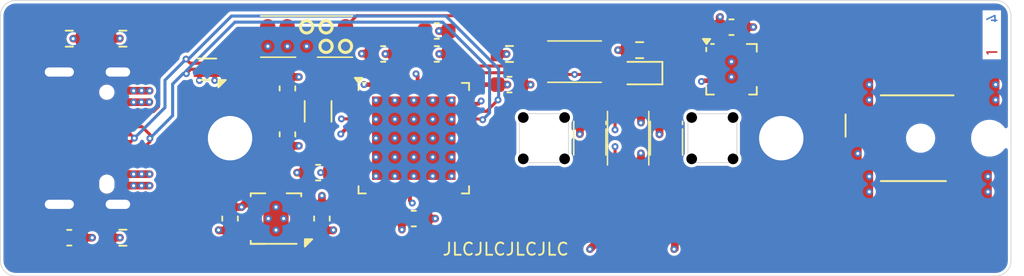
<source format=kicad_pcb>
(kicad_pcb (version 20240108) (generator "pcbnew") (generator_version "8.0")
  (title_block (date "2024-07-17") (rev "4"))
  (layers (0 "F.Cu" signal "Front") (1 "In1.Cu" power) (2 "In2.Cu" power) (31 "B.Cu" signal "Back") (35 "F.Paste" user) (37 "F.SilkS" user "F.Silkscreen") (38 "B.Mask" user) (39 "F.Mask" user) (44 "Edge.Cuts" user))
  (property "Order-Number" "JLCJLCJLCJLC")
  (net 0 "")
  (net 1 "GND")
  (net 2 "Earth")
  (net 3 "+3V3")
  (net 4 "/LED-onboard")
  (net 5 "Net-(D101-K)")
  (net 6 "Net-(D102-OUT)")
  (net 12 "/Button-LED")
  (net 21 "/VDDCORE")
  (net 22 "/USB+")
  (net 26 "+5V")
  (net 27 "/XIN32")
  (net 28 "/USB-")
  (net 29 "/SWDIO")
  (net 30 "/XOUT32")
  (net 31 "/SWCLK")
  (net 34 "/USB-CC1")
  (net 35 "/RESET")
  (net 36 "/USB-CC2")
  (net 43 "/Button")
  (net 53 "/DMX-Data")
  (net 60 "/DMX Out/Ring")
  (net 61 "/DMX Out/Tip")
  (footprint "Resistor_SMD:R_0603_1608Metric" (layer "F.Cu") (at 125 112.5 180)
    (property "Reference" "R104" (hide yes))
    (property "Value" "5k1" (hide yes))
  )
  (footprint "V2_Button_Switch_SMD:SKSG" (layer "F.Cu") (at 158 106 -90)
    (property "Reference" "SW102" (hide yes))
    (property "Value" "SW_Push" (hide yes))
  )
  (footprint "V2_Production:Layer_Numbers" (layer "F.Cu") (at 181.75 99.25 90)
    (property "Reference" "INFO102" (hide yes))
    (property "Value" "Layer_Numbers" (hide yes))
  )
  (footprint "V2_Connector_USB:JAE_DX07S016JA3" (layer "F.Cu") (at 122 106 -90)
    (property "Reference" "J103" (hide yes))
    (property "Value" "JAE_DX07S016JA3" (hide yes))
  )
  (footprint "V2_Fiducial:Fiducial_0.5mm_Mask1mm_Paste" (layer "F.Cu") (at 182 114)
    (property "Reference" "FID103" (hide yes))
    (property "Value" "Fiducial" (hide yes))
  )
  (footprint "Capacitor_SMD:C_0603_1608Metric" (layer "F.Cu") (at 135.75 105.75 -90)
    (property "Reference" "C102" (hide yes))
    (property "Value" "18p" (hide yes))
  )
  (footprint "V2_LED:WS2812-2020" (layer "F.Cu") (at 155.5 106 90)
    (property "Reference" "D102" (hide yes))
    (property "Value" "WS2812" (hide yes))
  )
  (footprint "V2_Package_DFN_QFN:QFN-48-1EP_7x7mm_P0.5mm_EP5.45x5.45mm_ThermalVias" (layer "F.Cu") (at 144 106)
    (property "Reference" "U102" (hide yes))
    (property "Value" "ATSAMD51G" (hide yes))
  )
  (footprint "Capacitor_SMD:C_0603_1608Metric" (layer "F.Cu") (at 137.75 108.25 180)
    (property "Reference" "C109" (hide yes))
    (property "Value" "0u1" (hide yes))
  )
  (footprint "V2_Fiducial:Fiducial_0.5mm_Mask1mm_Paste" (layer "F.Cu") (at 118 114)
    (property "Reference" "FID101" (hide yes))
    (property "Value" "Fiducial" (hide yes))
  )
  (footprint "Resistor_SMD:R_0603_1608Metric" (layer "F.Cu") (at 125 99.5 180)
    (property "Reference" "R103" (hide yes))
    (property "Value" "5k1" (hide yes))
  )
  (footprint "V2_Cortex_Debug:Cortex_Debug_Pad" (layer "F.Cu") (at 137 100 180)
    (property "Reference" "J102" (hide yes))
    (property "Value" "CORTEX-DEBUG" (hide yes))
  )
  (footprint "Capacitor_SMD:C_0603_1608Metric" (layer "F.Cu") (at 150.25 102.5)
    (property "Reference" "C106" (hide yes))
    (property "Value" "0u1" (hide yes))
  )
  (footprint "V2_Production:Order_Number" (layer "F.Cu") (at 150 113.25)
    (property "Reference" "INFO101" (hide yes))
    (property "Value" "ORDER-NUMBER" (hide yes))
  )
  (footprint "V2_Connector_Audio:CUI_SJ2-25404B-SMT-TR" (layer "F.Cu") (at 177.5 106 180)
    (property "Reference" "J201" (hide yes))
    (property "Value" "SJ2-25404B-SMT-TR" (hide yes))
  )
  (footprint "V2_Artwork:Logo_Small" (layer "F.Cu") (at 177.5 99.75)
    (property "Reference" "ICON102" (hide yes))
    (property "Value" "V2-logo" (hide yes))
  )
  (footprint "Capacitor_SMD:C_0603_1608Metric" (layer "F.Cu") (at 144 111.25)
    (property "Reference" "C108" (hide yes))
    (property "Value" "0u1" (hide yes))
  )
  (footprint "V2_Button_Switch_SMD:SKSG" (layer "F.Cu") (at 154.5 101 180)
    (property "Reference" "SW101" (hide yes))
    (property "Value" "SW_Push" (hide yes))
  )
  (footprint "Capacitor_SMD:C_0603_1608Metric" (layer "F.Cu") (at 135.75 102.75 90)
    (property "Reference" "C101" (hide yes))
    (property "Value" "18p" (hide yes))
  )
  (footprint "Capacitor_SMD:C_0603_1608Metric" (layer "F.Cu") (at 138 111.25 90)
    (property "Reference" "C110" (hide yes))
    (property "Value" "10u" (hide yes))
  )
  (footprint "V2_Package_DFN_QFN:DFN-8-1EP_3x3mm_P0.5mm_EP1.65x2.38mm" (layer "F.Cu") (at 164.75 101.5)
    (property "Reference" "U201" (hide yes))
    (property "Value" "LTC2863" (hide yes))
  )
  (footprint "Capacitor_SMD:C_0603_1608Metric" (layer "F.Cu") (at 121.5 112.5)
    (property "Reference" "C113" (hide yes))
    (property "Value" "0u1" (hide yes))
  )
  (footprint "Resistor_SMD:R_0603_1608Metric" (layer "F.Cu") (at 150.25 100.5)
    (property "Reference" "R101" (hide yes))
    (property "Value" "100k" (hide yes))
  )
  (footprint "V2_Spacer_Wurth:9774030243" (layer "F.Cu") (at 132 106)
    (property "Reference" "SPACER101" (hide yes))
    (property "Value" "9774030243" (hide yes))
  )
  (footprint "Capacitor_SMD:C_0603_1608Metric" (layer "F.Cu") (at 145.5 99)
    (property "Reference" "C103" (hide yes))
    (property "Value" "10u" (hide yes))
  )
  (footprint "Capacitor_SMD:C_0603_1608Metric" (layer "F.Cu") (at 164.75 98.75)
    (property "Reference" "C201" (hide yes))
    (property "Value" "0u1" (hide yes))
  )
  (footprint "V2_Artwork:Board_dmx_Small" (layer "F.Cu") (at 177.75 112.5)
    (property "Reference" "ICON101" (hide yes))
    (property "Value" "Board_dmx" (hide yes))
  )
  (footprint "V2_Spacer_Wurth:9774030243" (layer "F.Cu") (at 168 106)
    (property "Reference" "SPACER102" (hide yes))
    (property "Value" "9774030243" (hide yes))
  )
  (footprint "V2_LED:WS2812-2020" (layer "F.Cu") (at 160.5 106 90)
    (property "Reference" "D103" (hide yes))
    (property "Value" "WS2812" (hide yes))
  )
  (footprint "Resistor_SMD:R_0603_1608Metric" (layer "F.Cu") (at 158.75 100.25 180)
    (property "Reference" "R102" (hide yes))
    (property "Value" "330R" (hide yes))
  )
  (footprint "Capacitor_SMD:C_0603_1608Metric" (layer "F.Cu") (at 142 100.5 180)
    (property "Reference" "C107" (hide yes))
    (property "Value" "0u1" (hide yes))
  )
  (footprint "V2_Crystal:Crystal_SMD_3215-2Pin_3.2x1.5mm" (layer "F.Cu") (at 137.75 104.25 90)
    (property "Reference" "Y101" (hide yes))
    (property "Value" "32k768" (hide yes))
  )
  (footprint "Capacitor_SMD:C_0603_1608Metric" (layer "F.Cu") (at 145.5 100.5)
    (property "Reference" "C104" (hide yes))
    (property "Value" "0u1" (hide yes))
  )
  (footprint "LED_SMD:LED_0603_1608Metric" (layer "F.Cu") (at 158.75 101.75 180)
    (property "Reference" "D101" (hide yes))
    (property "Value" "Orange" (hide yes))
  )
  (footprint "V2_PCB_Devices:PCB_Button-bottom" (layer "F.Cu") (at 158 106 90)
    (property "Reference" "SWB101" (hide yes))
    (property "Value" "Button-bottom" (hide yes))
    (fp_line (start 1.6 -7.1) (end -1.6 -7.1) (stroke (width 0.05)) (layer "Edge.Cuts"))
    (fp_line (start -1.6 -7.1) (end -1.6 -3.9) (stroke (width 0.05)) (layer "Edge.Cuts"))
    (fp_line (start 1.6 -3.9) (end 1.6 -7.1) (stroke (width 0.05)) (layer "Edge.Cuts"))
    (fp_line (start -1.6 -3.9) (end 1.6 -3.9) (stroke (width 0.05)) (layer "Edge.Cuts"))
    (fp_line (start 1.6 3.9) (end -1.6 3.9) (stroke (width 0.05)) (layer "Edge.Cuts"))
    (fp_line (start -1.6 3.9) (end -1.6 7.1) (stroke (width 0.05)) (layer "Edge.Cuts"))
    (fp_line (start 1.6 7.1) (end 1.6 3.9) (stroke (width 0.05)) (layer "Edge.Cuts"))
    (fp_line (start -1.6 7.1) (end 1.6 7.1) (stroke (width 0.05)) (layer "Edge.Cuts"))
  )
  (footprint "Capacitor_SMD:C_0603_1608Metric" (layer "F.Cu") (at 132 111.25 90)
    (property "Reference" "C111" (hide yes))
    (property "Value" "10u" (hide yes))
  )
  (footprint "V2_ESD_Suppressor:SLP1210N6" (layer "F.Cu") (at 130.5 101.5 180)
    (property "Reference" "ESD101" (hide yes))
    (property "Value" "RCLAMP0582N" (hide yes))
  )
  (footprint "Resistor_SMD:R_0603_1608Metric" (layer "F.Cu") (at 121.5 99.5)
    (property "Reference" "R105" (hide yes))
    (property "Value" "1M" (hide yes))
  )
  (footprint "V2_Fiducial:Fiducial_0.5mm_Mask1mm_Paste" (layer "F.Cu") (at 118 98)
    (property "Reference" "FID102" (hide yes))
    (property "Value" "Fiducial" (hide yes))
  )
  (footprint "V2_Package_SON:VSON-8-1_3x3mm_P0.65_EP1.65x2.4mm" (layer "F.Cu") (at 135 111.25 180)
    (property "Reference" "U101" (hide yes))
    (property "Value" "TPS78433QWDRBRQ1" (hide yes))
  )
  (gr_line (start 117 98) (end 117 114) (stroke (width 0.05)) (layer "Edge.Cuts"))
  (gr_line (start 118 97) (end 182 97) (stroke (width 0.05)) (layer "Edge.Cuts"))
  (gr_line (start 183 98) (end 183 114) (stroke (width 0.05)) (layer "Edge.Cuts"))
  (gr_arc (start 118 115) (mid 117.292893 114.707107) (end 117 114) (stroke (width 0.05)) (layer "Edge.Cuts"))
  (gr_arc (start 183 114) (mid 182.707107 114.707107) (end 182 115) (stroke (width 0.05)) (layer "Edge.Cuts"))
  (gr_arc (start 117 98) (mid 117.292893 97.292893) (end 118 97) (stroke (width 0.05)) (layer "Edge.Cuts"))
  (gr_arc (start 182 97) (mid 182.707107 97.292893) (end 183 98) (stroke (width 0.05)) (layer "Edge.Cuts"))
  (gr_line (start 118 115) (end 182 115) (stroke (width 0.05)) (layer "Edge.Cuts"))
  (segment (start 125.05 102.9) (end 126.75 102.9) (width 0.5) (layer "F.Cu") (net 1))
  (segment (start 143.75 110.085478) (end 143.902102 110.23758) (width 0.25) (layer "F.Cu") (net 1))
  (segment (start 165.533355 98.741645) (end 165.525 98.75) (width 0.5) (layer "F.Cu") (net 1))
  (segment (start 151.630323 102.509337) (end 151.620986 102.5) (width 0.5) (layer "F.Cu") (net 1))
  (segment (start 122.335 99.5) (end 121.75 99.5) (width 0.5) (layer "F.Cu") (net 1))
  (segment (start 144.146117 101.797172) (end 144.25 101.901055) (width 0.25) (layer "F.Cu") (net 1))
  (segment (start 162.786222 102.2995) (end 162.835722 102.25) (width 0.3) (layer "F.Cu") (net 1))
  (segment (start 139.230913 105.730913) (end 139.711826 105.25) (width 0.25) (layer "F.Cu") (net 1))
  (segment (start 157.923781 100.248781) (end 157.925 100.25) (width 0.5) (layer "F.Cu") (net 1))
  (segment (start 136.370215 108.25) (end 136.999438 108.25) (width 0.5) (layer "F.Cu") (net 1))
  (segment (start 145.40166 111.248459) (end 144.776541 111.248459) (width 0.5) (layer "F.Cu") (net 1))
  (segment (start 144.25 101.901055) (end 144.25 102.55) (width 0.25) (layer "F.Cu") (net 1))
  (segment (start 145.657455 100.5) (end 146.275 100.5) (width 0.5) (layer "F.Cu") (net 1))
  (segment (start 162.835722 102.25) (end 163.35 102.25) (width 0.3) (layer "F.Cu") (net 1))
  (segment (start 123 112.5) (end 122.275 112.5) (width 0.5) (layer "F.Cu") (net 1))
  (segment (start 132.75 110.5) (end 132.975 110.275) (width 0.5) (layer "F.Cu") (net 1))
  (segment (start 124.175 112.5) (end 124.808043 112.5) (width 0.5) (layer "F.Cu") (net 1))
  (segment (start 160.039178 105.753377) (end 160.05 105.742555) (width 0.5) (layer "F.Cu") (net 1))
  (segment (start 158.8375 107.5625) (end 158.8375 106.986142) (width 0.5) (layer "F.Cu") (net 1))
  (segment (start 156.0625 101.8375) (end 152.9375 101.8375) (width 0.2) (layer "F.Cu") (net 1))
  (segment (start 145.639228 99) (end 146.275 99) (width 0.5) (layer "F.Cu") (net 1))
  (segment (start 145.637559 98.998331) (end 145.639228 99) (width 0.5) (layer "F.Cu") (net 1))
  (segment (start 144.776541 111.248459) (end 144.775 111.25) (width 0.5) (layer "F.Cu") (net 1))
  (segment (start 132.025 110.5) (end 132 110.475) (width 0.5) (layer "F.Cu") (net 1))
  (segment (start 148.222822 103.75) (end 147.45 103.75) (width 0.25) (layer "F.Cu") (net 1))
  (segment (start 140.75 102.5) (end 141.2 102.5) (width 0.3) (layer "F.Cu") (net 1))
  (segment (start 143.75 109.45) (end 143.75 110.085478) (width 0.25) (layer "F.Cu") (net 1))
  (segment (start 145.655629 100.498174) (end 145.657455 100.5) (width 0.5) (layer "F.Cu") (net 1))
  (segment (start 130.997161 101.9495) (end 131 101.9495) (width 0.3) (layer "F.Cu") (net 1))
  (segment (start 166.178927 98.741645) (end 165.533355 98.741645) (width 0.5) (layer "F.Cu") (net 1))
  (segment (start 139.711826 105.25) (end 140.55 105.25) (width 0.25) (layer "F.Cu") (net 1))
  (segment (start 130.997161 102.230555) (end 130.997161 101.9495) (width 0.3) (layer "F.Cu") (net 1))
  (segment (start 157.33063 100.248781) (end 157.923781 100.248781) (width 0.5) (layer "F.Cu") (net 1))
  (segment (start 136.5 106.5) (end 135.775 106.5) (width 0.5) (layer "F.Cu") (net 1))
  (segment (start 132.75 110.5) (end 132.025 110.5) (width 0.5) (layer "F.Cu") (net 1))
  (segment (start 124.808043 112.5) (end 124.810901 112.497142) (width 0.5) (layer "F.Cu") (net 1))
  (segment (start 158.8375 104.4375) (end 158.8375 104.98781) (width 0.5) (layer "F.Cu") (net 1))
  (segment (start 125.05 109.1) (end 126.75 109.1) (width 0.5) (layer "F.Cu") (net 1))
  (segment (start 124.793702 99.5) (end 124.810901 99.482801) (width 0.5) (layer "F.Cu") (net 1))
  (segment (start 148.4005 103.572322) (end 148.222822 103.75) (width 0.25) (layer "F.Cu") (net 1))
  (segment (start 124.175 99.5) (end 124.793702 99.5) (width 0.5) (layer "F.Cu") (net 1))
  (segment (start 132.975 110.275) (end 133.6 110.275) (width 0.5) (layer "F.Cu") (net 1))
  (segment (start 135.775 106.5) (end 135.75 106.525) (width 0.5) (layer "F.Cu") (net 1))
  (segment (start 136.5 102) (end 135.75 102) (width 0.5) (layer "F.Cu") (net 1))
  (segment (start 141.205569 100.480569) (end 141.225 100.5) (width 0.5) (layer "F.Cu") (net 1))
  (segment (start 151.620986 102.5) (end 151.025 102.5) (width 0.5) (layer "F.Cu") (net 1))
  (segment (start 141.2 102.5) (end 141.25 102.55) (width 0.3) (layer "F.Cu") (net 1))
  (segment (start 138 109.75) (end 138 110.475) (width 0.5) (layer "F.Cu") (net 1))
  (segment (start 154.834749 105.740495) (end 154.85 105.725244) (width 0.5) (layer "F.Cu") (net 1))
  (segment (start 140.5999 100.480569) (end 141.205569 100.480569) (width 0.5) (layer "F.Cu") (net 1))
  (segment (start 146.275 99) (end 146.275 100.5) (width 0.5) (layer "F.Cu") (net 1))
  (segment (start 154.85 105.725244) (end 154.85 105.085) (width 0.5) (layer "F.Cu") (net 1))
  (segment (start 160.05 105.742555) (end 160.05 105.085) (width 0.5) (layer "F.Cu") (net 1))
  (via (at 132.75 110.5) (size 0.45) (drill 0.2) (layers "F.Cu" "B.Cu") (net 1))
  (via (at 124.810901 99.482801) (size 0.45) (drill 0.2) (layers "F.Cu" "B.Cu") (net 1))
  (via (at 125.700745 109.102181) (size 0.45) (drill 0.2) (layers "F.Cu" "B.Cu") (net 1))
  (via (at 124.810901 112.497142) (size 0.45) (drill 0.2) (layers "F.Cu" "B.Cu") (net 1))
  (via (at 148.4005 103.572322) (size 0.45) (drill 0.2) (layers "F.Cu" "B.Cu") (net 1))
  (via (at 126.223532 102.890308) (size 0.45) (drill 0.2) (layers "F.Cu" "B.Cu") (net 1))
  (via (at 166.178927 98.741645) (size 0.45) (drill 0.2) (layers "F.Cu" "B.Cu") (net 1))
  (via (at 130.997161 102.230555) (size 0.45) (drill 0.2) (layers "F.Cu" "B.Cu") (net 1))
  (via (at 154.834749 105.740495) (size 0.45) (drill 0.2) (layers "F.Cu" "B.Cu") (net 1))
  (via (at 126.75 102.9) (size 0.45) (drill 0.2) (layers "F.Cu" "B.Cu") (net 1))
  (via (at 139.230913 105.730913) (size 0.45) (drill 0.2) (layers "F.Cu" "B.Cu") (net 1))
  (via (at 123 112.5) (size 0.45) (drill 0.2) (layers "F.Cu" "B.Cu") (net 1))
  (via (at 138 109.75) (size 0.45) (drill 0.2) (layers "F.Cu" "B.Cu") (net 1))
  (via (at 136.370215 108.25) (size 0.45) (drill 0.2) (layers "F.Cu" "B.Cu") (net 1))
  (via (at 140.75 102.5) (size 0.45) (drill 0.2) (layers "F.Cu" "B.Cu") (net 1))
  (via (at 154.5 101.8375) (size 0.45) (drill 0.2) (layers "F.Cu" "B.Cu") (net 1))
  (via (at 135.744983 100) (size 0.45) (drill 0.2) (layers "F.Cu" "B.Cu") (net 1))
  (via (at 145.637559 98.998331) (size 0.45) (drill 0.2) (layers "F.Cu" "B.Cu") (net 1))
  (via (at 126.223532 109.095412) (size 0.45) (drill 0.2) (layers "F.Cu" "B.Cu") (net 1))
  (via (at 126.75 109.1) (size 0.45) (drill 0.2) (layers "F.Cu" "B.Cu") (net 1))
  (via (at 157.33063 100.248781) (size 0.45) (drill 0.2) (layers "F.Cu" "B.Cu") (net 1))
  (via (at 121.75 99.5) (size 0.45) (drill 0.2) (layers "F.Cu" "B.Cu") (net 1))
  (via (at 162.786222 102.2995) (size 0.45) (drill 0.2) (layers "F.Cu" "B.Cu") (net 1))
  (via (at 145.40166 111.248459) (size 0.45) (drill 0.2) (layers "F.Cu" "B.Cu") (net 1))
  (via (at 125.700745 102.902181) (size 0.45) (drill 0.2) (layers "F.Cu" "B.Cu") (net 1))
  (via (at 140.5999 100.480569) (size 0.45) (drill 0.2) (layers "F.Cu" "B.Cu") (net 1))
  (via (at 160.039178 105.753377) (size 0.45) (drill 0.2) (layers "F.Cu" "B.Cu") (net 1))
  (via (at 145.655629 100.498174) (size 0.45) (drill 0.2) (layers "F.Cu" "B.Cu") (net 1))
  (via (at 143.902102 110.23758) (size 0.45) (drill 0.2) (layers "F.Cu" "B.Cu") (net 1))
  (via (at 151.630323 102.509337) (size 0.45) (drill 0.2) (layers "F.Cu" "B.Cu") (net 1))
  (via (at 137 100) (size 0.45) (drill 0.2) (layers "F.Cu" "B.Cu") (net 1))
  (via (at 144.146117 101.797172) (size 0.45) (drill 0.2) (layers "F.Cu" "B.Cu") (net 1))
  (via (at 158.827214 104.998096) (size 0.45) (drill 0.2) (layers "F.Cu" "B.Cu") (net 1))
  (via (at 136.5 102) (size 0.45) (drill 0.2) (layers "F.Cu" "B.Cu") (net 1))
  (via (at 136.5 106.5) (size 0.45) (drill 0.2) (layers "F.Cu" "B.Cu") (net 1))
  (via (at 158.827214 106.975856) (size 0.45) (drill 0.2) (layers "F.Cu" "B.Cu") (net 1))
  (segment (start 120.725 112.5) (end 120.725 111.304203) (width 0.5) (layer "F.Cu") (net 2))
  (segment (start 120.685 99.5) (end 120.685 100.590115) (width 0.5) (layer "F.Cu") (net 2))
  (segment (start 120.685 100.590115) (end 120.680137 100.594978) (width 0.5) (layer "F.Cu") (net 2))
  (segment (start 120.725 111.304203) (end 120.730833 111.29837) (width 0.5) (layer "F.Cu") (net 2))
  (segment (start 139.275 104.738871) (end 140.063216 104.738871) (width 0.2) (layer "F.Cu") (net 3))
  (segment (start 163.35 99.375) (end 163.975 98.75) (width 0.3) (layer "F.Cu") (net 3))
  (segment (start 140.074345 104.75) (end 140.55 104.75) (width 0.2) (layer "F.Cu") (net 3))
  (segment (start 138.525 107.25) (end 138.525 108.25) (width 0.3) (layer "F.Cu") (net 3))
  (segment (start 143.225 111.975) (end 143.225 111.25) (width 0.5) (layer "F.Cu") (net 3))
  (segment (start 143.25 102.55) (end 143.25 100.975) (width 0.3) (layer "F.Cu") (net 3))
  (segment (start 147.45 103.25) (end 147.875 103.25) (width 0.3) (layer "F.Cu") (net 3))
  (segment (start 138.75 112) (end 138.725 112.025) (width 0.5) (layer "F.Cu") (net 3))
  (segment (start 140.55 105.75) (end 140.025 105.75) (width 0.3) (layer "F.Cu") (net 3))
  (segment (start 142.148647 100.5) (end 142.775 100.5) (width 0.5) (layer "F.Cu") (net 3))
  (segment (start 143.25 109.2) (end 143.25 111.225) (width 0.3) (layer "F.Cu") (net 3))
  (segment (start 163.35 100.75) (end 163.35 99.375) (width 0.3) (layer "F.Cu") (net 3))
  (segment (start 143.25 100.975) (end 142.775 100.5) (width 0.3) (layer "F.Cu") (net 3))
  (segment (start 149.425 100.5) (end 150.057396 100.5) (width 0.5) (layer "F.Cu") (net 3))
  (segment (start 150.057396 100.5) (end 150.066977 100.509581) (width 0.5) (layer "F.Cu") (net 3))
  (segment (start 150.11425 102.5) (end 149.475 102.5) (width 0.5) (layer "F.Cu") (net 3))
  (segment (start 140.063216 104.738871) (end 140.074345 104.75) (width 0.2) (layer "F.Cu") (net 3))
  (segment (start 137.8 112.225) (end 138 112.025) (width 0.5) (layer "F.Cu") (net 3))
  (segment (start 143.25 111.225) (end 143.225 111.25) (width 0.3) (layer "F.Cu") (net 3))
  (segment (start 148.625 102.5) (end 149.475 102.5) (width 0.3) (layer "F.Cu") (net 3))
  (segment (start 140.025 105.75) (end 138.525 107.25) (width 0.3) (layer "F.Cu") (net 3))
  (segment (start 142.141712 100.493065) (end 142.148647 100.5) (width 0.5) (layer "F.Cu") (net 3))
  (segment (start 147.875 103.25) (end 148.625 102.5) (width 0.3) (layer "F.Cu") (net 3))
  (segment (start 150.115762 102.501512) (end 150.11425 102.5) (width 0.5) (layer "F.Cu") (net 3))
  (segment (start 138.725 112.025) (end 138 112.025) (width 0.5) (layer "F.Cu") (net 3))
  (segment (start 163.975 98.109484) (end 163.975 98.75) (width 0.5) (layer "F.Cu") (net 3))
  (segment (start 136.4 112.225) (end 137.8 112.225) (width 0.5) (layer "F.Cu") (net 3))
  (segment (start 164.007103 98.077381) (end 163.975 98.109484) (width 0.5) (layer "F.Cu") (net 3))
  (via (at 134.467037 100) (size 0.45) (drill 0.2) (layers "F.Cu" "B.Cu") (net 3))
  (via (at 138.75 112) (size 0.45) (drill 0.2) (layers "F.Cu" "B.Cu") (net 3))
  (via (at 150.066977 100.509581) (size 0.45) (drill 0.2) (layers "F.Cu" "B.Cu") (net 3))
  (via (at 137.918232 108.249116) (size 0.45) (drill 0.2) (layers "F.Cu" "B.Cu") (net 3))
  (via (at 139.275 104.738871) (size 0.45) (drill 0.2) (layers "F.Cu" "B.Cu") (net 3))
  (via (at 164.007103 98.077381) (size 0.45) (drill 0.2) (layers "F.Cu" "B.Cu") (net 3))
  (via (at 142.141712 100.493065) (size 0.45) (drill 0.2) (layers "F.Cu" "B.Cu") (net 3))
  (via (at 150.115762 102.501512) (size 0.45) (drill 0.2) (layers "F.Cu" "B.Cu") (net 3))
  (via (at 143.225 111.975) (size 0.45) (drill 0.2) (layers "F.Cu" "B.Cu") (net 3))
  (segment (start 146.137348 101.725) (end 145.75 102.112348) (width 0.2) (layer "F.Cu") (net 4))
  (segment (start 152.325 101.25) (end 157.4625 101.25) (width 0.2) (layer "F.Cu") (net 4))
  (segment (start 146.137348 101.725) (end 151.85 101.725) (width 0.2) (layer "F.Cu") (net 4))
  (segment (start 145.75 102.112348) (end 145.75 102.55) (width 0.2) (layer "F.Cu") (net 4))
  (segment (start 157.4625 101.25) (end 157.9625 101.75) (width 0.2) (layer "F.Cu") (net 4))
  (segment (start 151.85 101.725) (end 152.325 101.25) (width 0.2) (layer "F.Cu") (net 4))
  (segment (start 159.5375 101.75) (end 159.5375 100.2875) (width 0.2) (layer "F.Cu") (net 5))
  (segment (start 159.5375 100.2875) (end 159.575 100.25) (width 0.2) (layer "F.Cu") (net 5))
  (segment (start 155.962651 105.085) (end 156.877651 106) (width 0.2) (layer "F.Cu") (net 6))
  (segment (start 156.877651 106) (end 159.122348 106) (width 0.2) (layer "F.Cu") (net 6))
  (segment (start 159.122348 106) (end 160.037348 106.915) (width 0.2) (layer "F.Cu") (net 6))
  (segment (start 154.85 107.65) (end 152.325 110.175) (width 0.2) (layer "F.Cu") (net 12))
  (segment (start 154.85 106.915) (end 154.85 107.65) (width 0.2) (layer "F.Cu") (net 12))
  (segment (start 145.537348 110.175) (end 145.25 109.887652) (width 0.2) (layer "F.Cu") (net 12))
  (segment (start 145.25 109.887652) (end 145.25 109.45) (width 0.2) (layer "F.Cu") (net 12))
  (segment (start 152.325 110.175) (end 145.537348 110.175) (width 0.2) (layer "F.Cu") (net 12))
  (segment (start 144.75 100.525) (end 144.725 100.5) (width 0.3) (layer "F.Cu") (net 21))
  (segment (start 144.725 99) (end 144.725 100.5) (width 0.5) (layer "F.Cu") (net 21))
  (segment (start 144.75 102.55) (end 144.75 100.525) (width 0.3) (layer "F.Cu") (net 21))
  (segment (start 148.755801 104.244199) (end 147.455801 104.244199) (width 0.2) (layer "F.Cu") (net 22))
  (segment (start 129.387764 101.1) (end 130 101.1) (width 0.2) (layer "F.Cu") (net 22))
  (segment (start 125.75 106) (end 125.5 105.75) (width 0.2) (layer "F.Cu") (net 22))
  (segment (start 125.5 105.75) (end 125.05 105.75) (width 0.2) (layer "F.Cu") (net 22))
  (segment (start 125.75 106) (end 125.5 106.25) (width 0.2) (layer "F.Cu") (net 22))
  (segment (start 129.125131 100.837367) (end 129.387764 101.1) (width 0.2) (layer "F.Cu") (net 22))
  (segment (start 125.5 106.25) (end 125.05 106.25) (width 0.2) (layer "F.Cu") (net 22))
  (segment (start 147.455801 104.244199) (end 147.45 104.25) (width 0.2) (layer "F.Cu") (net 22))
  (segment (start 149.5 103.5) (end 148.755801 104.244199) (width 0.2) (layer "F.Cu") (net 22))
  (via (at 129.125131 100.837367) (size 0.45) (drill 0.2) (layers "F.Cu" "B.Cu") (net 22))
  (via (at 149.5 103.5) (size 0.45) (drill 0.2) (layers "F.Cu" "B.Cu") (net 22))
  (via (at 125.75 106) (size 0.45) (drill 0.2) (layers "F.Cu" "B.Cu") (net 22))
  (segment (start 129.278669 100.837367) (end 129.125131 100.837367) (width 0.2) (layer "B.Cu") (net 22))
  (segment (start 132.094654 98.021382) (end 129.278669 100.837367) (width 0.2) (layer "B.Cu") (net 22))
  (segment (start 149.541228 101.465404) (end 146.097206 98.021382) (width 0.2) (layer "B.Cu") (net 22))
  (segment (start 146.097206 98.021382) (end 132.094654 98.021382) (width 0.2) (layer "B.Cu") (net 22))
  (segment (start 125.75 106) (end 127.75 104) (width 0.2) (layer "B.Cu") (net 22))
  (segment (start 149.541228 103.458772) (end 149.541228 101.465404) (width 0.2) (layer "B.Cu") (net 22))
  (segment (start 127.75 104) (end 127.75 102.212498) (width 0.2) (layer "B.Cu") (net 22))
  (segment (start 149.5 103.5) (end 149.541228 103.458772) (width 0.2) (layer "B.Cu") (net 22))
  (segment (start 127.75 102.212498) (end 129.125131 100.837367) (width 0.2) (layer "B.Cu") (net 22))
  (segment (start 132 112.025) (end 132.8 112.025) (width 0.5) (layer "F.Cu") (net 26))
  (segment (start 156.05 112.7) (end 155.5 113.25) (width 0.5) (layer "F.Cu") (net 26))
  (segment (start 161.05 113.2) (end 161 113.25) (width 0.5) (layer "F.Cu") (net 26))
  (segment (start 133.6 112.225) (end 133 112.225) (width 0.5) (layer "F.Cu") (net 26))
  (segment (start 131.25 112) (end 131.275 112.025) (width 0.5) (layer "F.Cu") (net 26))
  (segment (start 131.275 112.025) (end 132 112.025) (width 0.5) (layer "F.Cu") (net 26))
  (segment (start 125.05 108.35) (end 126.75 108.35) (width 0.5) (layer "F.Cu") (net 26))
  (segment (start 132.896122 112.121122) (end 133 112.225) (width 0.2) (layer "F.Cu") (net 26))
  (segment (start 126.71431 103.65) (end 126.732155 103.632155) (width 0.5) (layer "F.Cu") (net 26))
  (segment (start 125.05 103.65) (end 126.71431 103.65) (width 0.5) (layer "F.Cu") (net 26))
  (segment (start 132.8 112.025) (end 133 112.225) (width 0.5) (layer "F.Cu") (net 26))
  (segment (start 129.999516 102.235217) (end 129.999516 101.9495) (width 0.3) (layer "F.Cu") (net 26))
  (segment (start 156.05 106.915) (end 156.05 112.7) (width 0.5) (layer "F.Cu") (net 26))
  (segment (start 161.05 106.915) (end 161.05 113.2) (width 0.5) (layer "F.Cu") (net 26))
  (segment (start 129.999516 101.9495) (end 130 101.9495) (width 0.3) (layer "F.Cu") (net 26))
  (segment (start 133.6 111.575) (end 133.6 112.225) (width 0.2) (layer "F.Cu") (net 26))
  (via (at 125.700745 108.352181) (size 0.45) (drill 0.2) (layers "F.Cu" "B.Cu") (net 26))
  (via (at 126.223532 108.342693) (size 0.45) (drill 0.2) (layers "F.Cu" "B.Cu") (net 26))
  (via (at 126.213882 103.643027) (size 0.45) (drill 0.2) (layers "F.Cu" "B.Cu") (net 26))
  (via (at 126.732155 103.632155) (size 0.45) (drill 0.2) (layers "F.Cu" "B.Cu") (net 26))
  (via (at 155.5 113.25) (size 0.45) (drill 0.2) (layers "F.Cu" "B.Cu") (net 26))
  (via (at 161 113.25) (size 0.45) (drill 0.2) (layers "F.Cu" "B.Cu") (net 26))
  (via (at 126.75 108.35) (size 0.45) (drill 0.2) (layers "F.Cu" "B.Cu") (net 26))
  (via (at 129.999516 102.235217) (size 0.45) (drill 0.2) (layers "F.Cu" "B.Cu") (net 26))
  (via (at 125.700745 103.652181) (size 0.45) (drill 0.2) (layers "F.Cu" "B.Cu") (net 26))
  (via (at 131.25 112) (size 0.45) (drill 0.2) (layers "F.Cu" "B.Cu") (net 26))
  (segment (start 137.75 103) (end 137.225 103.525) (width 0.2) (layer "F.Cu") (net 27))
  (segment (start 137.225 103.525) (end 135.75 103.525) (width 0.2) (layer "F.Cu") (net 27))
  (segment (start 140.55 103.25) (end 138 103.25) (width 0.2) (layer "F.Cu") (net 27))
  (segment (start 138 103.25) (end 137.75 103) (width 0.2) (layer "F.Cu") (net 27))
  (segment (start 126.763556 106.013556) (end 126.763556 105.763556) (width 0.2) (layer "F.Cu") (net 28))
  (segment (start 126.25 106.75) (end 125.05 106.75) (width 0.2) (layer "F.Cu") (net 28))
  (segment (start 129.145699 101.784132) (end 129.429831 101.5) (width 0.2) (layer "F.Cu") (net 28))
  (segment (start 126.25 105.25) (end 125.05 105.25) (width 0.2) (layer "F.Cu") (net 28))
  (segment (start 126.763556 105.763556) (end 126.25 105.25) (width 0.2) (layer "F.Cu") (net 28))
  (segment (start 126.763556 106.236444) (end 126.25 106.75) (width 0.2) (layer "F.Cu") (net 28))
  (segment (start 126.763556 106.013556) (end 126.763556 106.236444) (width 0.2) (layer "F.Cu") (net 28))
  (segment (start 129.429831 101.5) (end 130 101.5) (width 0.2) (layer "F.Cu") (net 28))
  (segment (start 148.5 104.793699) (end 148.456301 104.75) (width 0.2) (layer "F.Cu") (net 28))
  (segment (start 148.456301 104.75) (end 147.45 104.75) (width 0.2) (layer "F.Cu") (net 28))
  (via (at 148.5 104.793699) (size 0.45) (drill 0.2) (layers "F.Cu" "B.Cu") (net 28))
  (via (at 129.145699 101.784132) (size 0.45) (drill 0.2) (layers "F.Cu" "B.Cu") (net 28))
  (via (at 126.763556 106.013556) (size 0.45) (drill 0.2) (layers "F.Cu" "B.Cu") (net 28))
  (segment (start 148.95 101.491885) (end 145.879497 98.421382) (width 0.2) (layer "B.Cu") (net 28))
  (segment (start 128.25 104.527112) (end 128.25 102.464915) (width 0.2) (layer "B.Cu") (net 28))
  (segment (start 128.25 102.464915) (end 128.930783 101.784132) (width 0.2) (layer "B.Cu") (net 28))
  (segment (start 148.5 104.793699) (end 148.95 104.343699) (width 0.2) (layer "B.Cu") (net 28))
  (segment (start 145.879497 98.421382) (end 132.318227 98.421382) (width 0.2) (layer "B.Cu") (net 28))
  (segment (start 132.318227 98.421382) (end 129.145699 101.59391) (width 0.2) (layer "B.Cu") (net 28))
  (segment (start 128.930783 101.784132) (end 129.145699 101.784132) (width 0.2) (layer "B.Cu") (net 28))
  (segment (start 148.95 104.343699) (end 148.95 101.491885) (width 0.2) (layer "B.Cu") (net 28))
  (segment (start 129.145699 101.59391) (end 129.145699 101.784132) (width 0.2) (layer "B.Cu") (net 28))
  (segment (start 126.763556 106.013556) (end 128.25 104.527112) (width 0.2) (layer "B.Cu") (net 28))
  (segment (start 134.46 98.73) (end 133.652 99.538) (width 0.2) (layer "F.Cu") (net 29))
  (segment (start 133.652 99.538) (end 133.652 100.334685) (width 0.2) (layer "F.Cu") (net 29))
  (segment (start 140.413069 101.825) (end 142.009314 101.825) (width 0.2) (layer "F.Cu") (net 29))
  (segment (start 142.25 102.065686) (end 142.25 102.55) (width 0.2) (layer "F.Cu") (net 29))
  (segment (start 139.49568 100.907611) (end 140.413069 101.825) (width 0.2) (layer "F.Cu") (net 29))
  (segment (start 134.224926 100.907611) (end 139.49568 100.907611) (width 0.2) (layer "F.Cu") (net 29))
  (segment (start 142.009314 101.825) (end 142.25 102.065686) (width 0.2) (layer "F.Cu") (net 29))
  (segment (start 133.652 100.334685) (end 134.224926 100.907611) (width 0.2) (layer "F.Cu") (net 29))
  (segment (start 139.307037 103.75) (end 140.55 103.75) (width 0.2) (layer "F.Cu") (net 30))
  (segment (start 137.225 104.975) (end 137.75 105.5) (width 0.2) (layer "F.Cu") (net 30))
  (segment (start 135.75 104.975) (end 137.225 104.975) (width 0.2) (layer "F.Cu") (net 30))
  (segment (start 138.75 104.307037) (end 139.307037 103.75) (width 0.2) (layer "F.Cu") (net 30))
  (segment (start 138.25 105.5) (end 138.75 105) (width 0.2) (layer "F.Cu") (net 30))
  (segment (start 137.75 105.5) (end 138.25 105.5) (width 0.2) (layer "F.Cu") (net 30))
  (segment (start 138.75 105) (end 138.75 104.307037) (width 0.2) (layer "F.Cu") (net 30))
  (segment (start 138.354066 99.131884) (end 140.620624 101.398442) (width 0.2) (layer "F.Cu") (net 31))
  (segment (start 136.131884 99.131884) (end 138.354066 99.131884) (width 0.2) (layer "F.Cu") (net 31))
  (segment (start 142.148442 101.398442) (end 142.75 102) (width 0.2) (layer "F.Cu") (net 31))
  (segment (start 140.620624 101.398442) (end 142.148442 101.398442) (width 0.2) (layer "F.Cu") (net 31))
  (segment (start 142.75 102) (end 142.75 102.55) (width 0.2) (layer "F.Cu") (net 31))
  (segment (start 135.73 98.73) (end 136.131884 99.131884) (width 0.2) (layer "F.Cu") (net 31))
  (segment (start 125.05 104.25) (end 127.01193 104.25) (width 0.2) (layer "F.Cu") (net 34))
  (segment (start 127.319777 100.994777) (end 125.825 99.5) (width 0.2) (layer "F.Cu") (net 34))
  (segment (start 127.01193 104.25) (end 127.319777 103.942153) (width 0.2) (layer "F.Cu") (net 34))
  (segment (start 127.319777 103.942153) (end 127.319777 100.994777) (width 0.2) (layer "F.Cu") (net 34))
  (segment (start 146.008278 101.288385) (end 150.286615 101.288385) (width 0.2) (layer "F.Cu") (net 35))
  (segment (start 152.6 100.5) (end 152.9375 100.1625) (width 0.2) (layer "F.Cu") (net 35))
  (segment (start 152.9375 100.1625) (end 156.0625 100.1625) (width 0.2) (layer "F.Cu") (net 35))
  (segment (start 145.25 102.046663) (end 146.008278 101.288385) (width 0.2) (layer "F.Cu") (net 35))
  (segment (start 140.27 98) (end 148.57261 98) (width 0.2) (layer "F.Cu") (net 35))
  (segment (start 150.286615 101.288385) (end 151.075 100.5) (width 0.2) (layer "F.Cu") (net 35))
  (segment (start 151.075 100.5) (end 152.6 100.5) (width 0.2) (layer "F.Cu") (net 35))
  (segment (start 151.07261 100.5) (end 151.075 100.5) (width 0.2) (layer "F.Cu") (net 35))
  (segment (start 139.54 98.73) (end 140.27 98) (width 0.2) (layer "F.Cu") (net 35))
  (segment (start 145.25 102.55) (end 145.25 102.046663) (width 0.2) (layer "F.Cu") (net 35))
  (segment (start 148.57261 98) (end 151.07261 100.5) (width 0.2) (layer "F.Cu") (net 35))
  (segment (start 125.05 107.25) (end 126.75 107.25) (width 0.2) (layer "F.Cu") (net 36))
  (segment (start 127.5 108) (end 127.5 110.825) (width 0.2) (layer "F.Cu") (net 36))
  (segment (start 127.5 110.825) (end 125.825 112.5) (width 0.2) (layer "F.Cu") (net 36))
  (segment (start 126.75 107.25) (end 127.5 108) (width 0.2) (layer "F.Cu") (net 36))
  (segment (start 144 114) (end 155.75 114) (width 0.2) (layer "F.Cu") (net 43))
  (segment (start 157.144747 112.605253) (end 157.144747 106.5495) (width 0.2) (layer "F.Cu") (net 43))
  (segment (start 155.75 114) (end 157.144747 112.605253) (width 0.2) (layer "F.Cu") (net 43))
  (segment (start 142.25 109.45) (end 142.25 112.25) (width 0.2) (layer "F.Cu") (net 43))
  (segment (start 157.144747 105.4505) (end 157.144747 104.442601) (width 0.2) (layer "F.Cu") (net 43))
  (segment (start 142.25 112.25) (end 144 114) (width 0.2) (layer "F.Cu") (net 43))
  (via (at 157.144747 106.5495) (size 0.45) (drill 0.2) (layers "F.Cu" "B.Cu") (net 43))
  (via (at 157.144747 105.4505) (size 0.45) (drill 0.2) (layers "F.Cu" "B.Cu") (net 43))
  (segment (start 160.25 103.5) (end 162 101.75) (width 0.2) (layer "F.Cu") (net 53))
  (segment (start 150.75 103.5) (end 160.25 103.5) (width 0.2) (layer "F.Cu") (net 53))
  (segment (start 147.45 105.75) (end 148.5 105.75) (width 0.2) (layer "F.Cu") (net 53))
  (segment (start 162 101.75) (end 163.35 101.75) (width 0.2) (layer "F.Cu") (net 53))
  (segment (start 148.5 105.75) (end 150.75 103.5) (width 0.2) (layer "F.Cu") (net 53))
  (segment (start 172.25 102.25) (end 173 103) (width 0.2) (layer "F.Cu") (net 60))
  (segment (start 166.15 102.25) (end 172.25 102.25) (width 0.2) (layer "F.Cu") (net 60))
  (segment (start 175 102) (end 174.25 101.25) (width 0.2) (layer "F.Cu") (net 61))
  (segment (start 166.75 101.75) (end 166.15 101.75) (width 0.2) (layer "F.Cu") (net 61))
  (segment (start 174.25 101.25) (end 167.25 101.25) (width 0.2) (layer "F.Cu") (net 61))
  (segment (start 173 109) (end 175 107) (width 0.2) (layer "F.Cu") (net 61))
  (segment (start 175 107) (end 175 102) (width 0.2) (layer "F.Cu") (net 61))
  (segment (start 167.25 101.25) (end 166.75 101.75) (width 0.2) (layer "F.Cu") (net 61))
  (zone (net 2) (net_name "Earth") (layer "F.Cu") (priority 1) (connect_pads (clearance 0.2)) (min_thickness 0.2) (fill yes (thermal_gap 0.508) (thermal_bridge_width 0.508) (smoothing fillet) (radius 0.25))
    (polygon (pts (xy 126.31838 111.5) (xy 118.255097 111.500001) (xy 118.255097 100.500001) (xy 126.31838 100.5)))
  )
  (zone (net 2) (net_name "Earth") (layer "B.Cu") (priority 1) (connect_pads (clearance 0.2)) (min_thickness 0.25) (fill yes (thermal_gap 0.508) (thermal_bridge_width 0.508) (smoothing fillet) (radius 0.25))
    (polygon (pts (xy 183 115) (xy 117 115) (xy 117 97) (xy 183 97)))
  )
)
</source>
